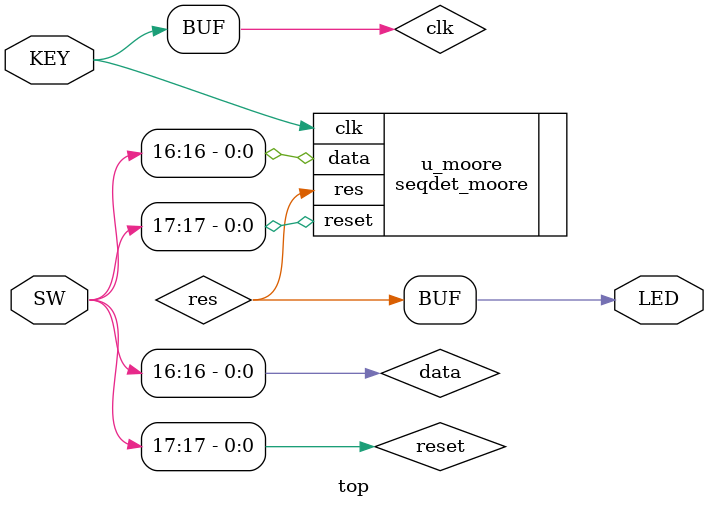
<source format=v>
`include "moore.v"

module top (
    SW,
    KEY,
    LED
);

input [17:16] SW;
input [1:1] KEY;
output [10:10] LED;
    
wire clk, reset, data, res;
assign reset = SW[17];
assign clk = KEY[1];
assign data = SW[16];
assign LED[10] = res;

seqdet_moore u_moore(
    .clk(clk),
    .reset(reset),
    .data(data),
    .res(res)
);

endmodule
</source>
